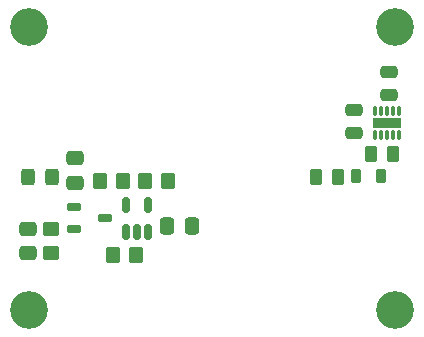
<source format=gbp>
%TF.GenerationSoftware,KiCad,Pcbnew,8.0.8*%
%TF.CreationDate,2025-02-12T15:02:29-05:00*%
%TF.ProjectId,high-power-module,68696768-2d70-46f7-9765-722d6d6f6475,rev?*%
%TF.SameCoordinates,Original*%
%TF.FileFunction,Paste,Bot*%
%TF.FilePolarity,Positive*%
%FSLAX46Y46*%
G04 Gerber Fmt 4.6, Leading zero omitted, Abs format (unit mm)*
G04 Created by KiCad (PCBNEW 8.0.8) date 2025-02-12 15:02:29*
%MOMM*%
%LPD*%
G01*
G04 APERTURE LIST*
G04 Aperture macros list*
%AMRoundRect*
0 Rectangle with rounded corners*
0 $1 Rounding radius*
0 $2 $3 $4 $5 $6 $7 $8 $9 X,Y pos of 4 corners*
0 Add a 4 corners polygon primitive as box body*
4,1,4,$2,$3,$4,$5,$6,$7,$8,$9,$2,$3,0*
0 Add four circle primitives for the rounded corners*
1,1,$1+$1,$2,$3*
1,1,$1+$1,$4,$5*
1,1,$1+$1,$6,$7*
1,1,$1+$1,$8,$9*
0 Add four rect primitives between the rounded corners*
20,1,$1+$1,$2,$3,$4,$5,0*
20,1,$1+$1,$4,$5,$6,$7,0*
20,1,$1+$1,$6,$7,$8,$9,0*
20,1,$1+$1,$8,$9,$2,$3,0*%
G04 Aperture macros list end*
%ADD10C,3.200000*%
%ADD11RoundRect,0.250000X-0.337500X-0.475000X0.337500X-0.475000X0.337500X0.475000X-0.337500X0.475000X0*%
%ADD12RoundRect,0.250000X-0.350000X-0.450000X0.350000X-0.450000X0.350000X0.450000X-0.350000X0.450000X0*%
%ADD13RoundRect,0.250000X0.350000X0.450000X-0.350000X0.450000X-0.350000X-0.450000X0.350000X-0.450000X0*%
%ADD14RoundRect,0.250000X0.325000X0.450000X-0.325000X0.450000X-0.325000X-0.450000X0.325000X-0.450000X0*%
%ADD15RoundRect,0.250000X-0.475000X0.250000X-0.475000X-0.250000X0.475000X-0.250000X0.475000X0.250000X0*%
%ADD16RoundRect,0.162500X-0.447500X-0.162500X0.447500X-0.162500X0.447500X0.162500X-0.447500X0.162500X0*%
%ADD17RoundRect,0.250000X0.262500X0.450000X-0.262500X0.450000X-0.262500X-0.450000X0.262500X-0.450000X0*%
%ADD18RoundRect,0.250000X-0.475000X0.337500X-0.475000X-0.337500X0.475000X-0.337500X0.475000X0.337500X0*%
%ADD19RoundRect,0.017550X-0.117450X0.352450X-0.117450X-0.352450X0.117450X-0.352450X0.117450X0.352450X0*%
%ADD20R,2.400000X0.840000*%
%ADD21RoundRect,0.250000X0.475000X-0.337500X0.475000X0.337500X-0.475000X0.337500X-0.475000X-0.337500X0*%
%ADD22RoundRect,0.150000X0.150000X-0.512500X0.150000X0.512500X-0.150000X0.512500X-0.150000X-0.512500X0*%
%ADD23RoundRect,0.250000X0.450000X-0.350000X0.450000X0.350000X-0.450000X0.350000X-0.450000X-0.350000X0*%
%ADD24RoundRect,0.250000X0.475000X-0.250000X0.475000X0.250000X-0.475000X0.250000X-0.475000X-0.250000X0*%
%ADD25RoundRect,0.218750X0.218750X0.381250X-0.218750X0.381250X-0.218750X-0.381250X0.218750X-0.381250X0*%
G04 APERTURE END LIST*
D10*
%TO.C,H4*%
X127900000Y-97500000D03*
%TD*%
%TO.C,H1*%
X127900000Y-73500000D03*
%TD*%
%TO.C,H2*%
X158900000Y-73500000D03*
%TD*%
%TO.C,H3*%
X158900000Y-97500000D03*
%TD*%
D11*
%TO.C,CB5*%
X139600000Y-90400000D03*
X141675000Y-90400000D03*
%TD*%
D12*
%TO.C,R13*%
X133900000Y-86600000D03*
X135900000Y-86600000D03*
%TD*%
D13*
%TO.C,R2*%
X139700000Y-86600000D03*
X137700000Y-86600000D03*
%TD*%
D14*
%TO.C,R3*%
X129850000Y-86200000D03*
X127800000Y-86200000D03*
%TD*%
D15*
%TO.C,CIN1*%
X158400000Y-77350000D03*
X158400000Y-79250000D03*
%TD*%
D16*
%TO.C,D1*%
X131700000Y-90650000D03*
X131700000Y-88750000D03*
X134320000Y-89700000D03*
%TD*%
D17*
%TO.C,R16*%
X158712500Y-84250000D03*
X156887500Y-84250000D03*
%TD*%
%TO.C,R17*%
X154025000Y-86200000D03*
X152200000Y-86200000D03*
%TD*%
D18*
%TO.C,C4*%
X131800000Y-84625000D03*
X131800000Y-86700000D03*
%TD*%
D12*
%TO.C,R15*%
X135000000Y-92800000D03*
X137000000Y-92800000D03*
%TD*%
D19*
%TO.C,U3*%
X157200000Y-80650000D03*
X157700000Y-80650000D03*
X158200000Y-80650000D03*
X158700000Y-80650000D03*
X159200000Y-80650000D03*
X159200000Y-82640000D03*
X158700000Y-82640000D03*
X158200000Y-82640000D03*
X157700000Y-82640000D03*
X157200000Y-82640000D03*
D20*
X158200000Y-81645000D03*
%TD*%
D21*
%TO.C,C3*%
X127800000Y-92700000D03*
X127800000Y-90625000D03*
%TD*%
D22*
%TO.C,U2*%
X138000000Y-90875000D03*
X137050000Y-90875000D03*
X136100000Y-90875000D03*
X136100000Y-88600000D03*
X138000000Y-88600000D03*
%TD*%
D23*
%TO.C,R1*%
X129800000Y-92650000D03*
X129800000Y-90650000D03*
%TD*%
D24*
%TO.C,COUT1*%
X155400000Y-82500000D03*
X155400000Y-80600000D03*
%TD*%
D25*
%TO.C,L5*%
X157687500Y-86150000D03*
X155562500Y-86150000D03*
%TD*%
M02*

</source>
